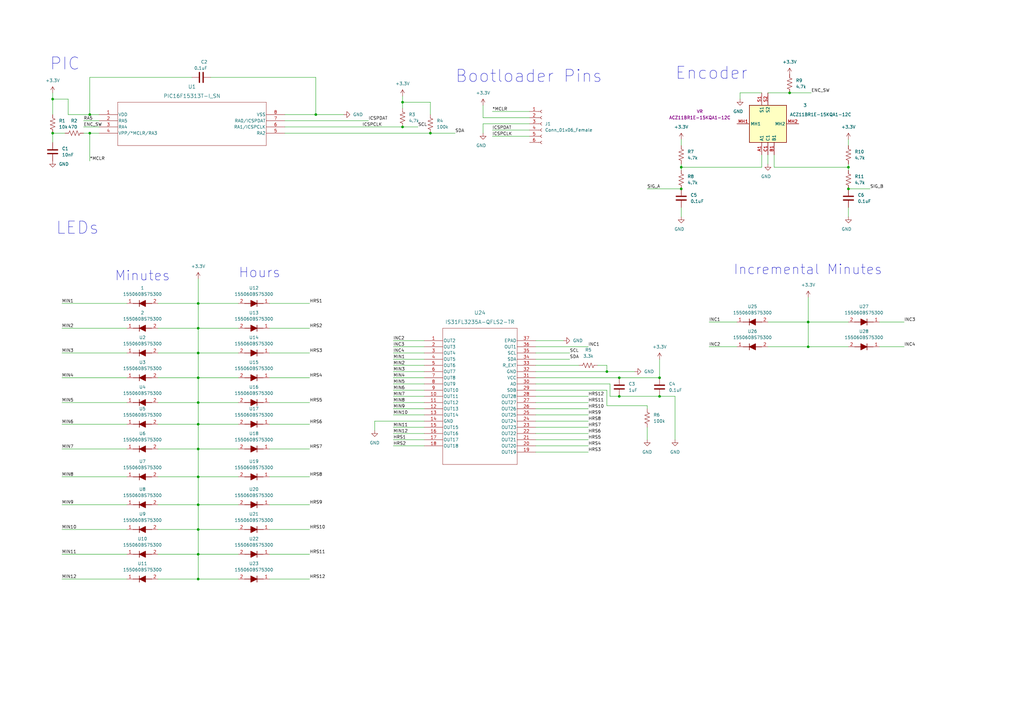
<source format=kicad_sch>
(kicad_sch (version 20211123) (generator eeschema)
  (paper "A3")
  (lib_symbols
    (symbol "155060BS75300:155060BS75300" (pin_names hide)
      (property "Value" "155060BS75300" (at 6.35 2.54 0))
      (symbol "155060BS75300_1_1"
        (polyline (pts (xy 2.54 0) (xy 5.08 0)) (stroke (width 0.254)))
        (polyline (pts (xy 5.08 1.27) (xy 5.08 -1.27)) (stroke (width 0.254)))
        (polyline (pts (xy 7.62 0) (xy 10.16 0)) (stroke (width 0.254)))
        (polyline (pts (xy 5.08 0) (xy 7.62 1.27) (xy 7.62 -1.27) (xy 5.08 0)) (stroke (width 0.254)) (fill (type outline)))
        (pin passive line (at 0 0 0) (length 2.54) (name "K") (number "1"))
        (pin passive line (at 12.7 0 180) (length 2.54) (name "A") (number "2"))
      )
    )
    (symbol "ACZ11BR1E-15KQA1-12C:ACZ11BR1E-15KQA1-12C"
      (property "Value" "ACZ11BR1E-15KQA1-12C" (at 0 0 0))
      (property "Reference_1" "VR" (at 21.59 12.7 0))
      (property "Value_1" "ACZ11BR1E-15KQA1-12C" (at 21.59 10.16 0))
      (symbol "ACZ11BR1E-15KQA1-12C_1_1"
        (rectangle (start 5.08 7.62) (end 20.32 -7.62) (stroke (width 0.254)) (fill (type background)))
        (pin passive line (at 10.16 -12.7 90) (length 5.08) (name "A1") (number "A1"))
        (pin passive line (at 15.24 -12.7 90) (length 5.08) (name "B1") (number "B1"))
        (pin passive line (at 12.7 -12.7 90) (length 5.08) (name "C1") (number "C1"))
        (pin passive line (at 0 0 0) (length 5.08) (name "MH1") (number "MH1"))
        (pin passive line (at 25.4 0 180) (length 5.08) (name "MH2") (number "MH2"))
        (pin passive line (at 10.16 12.7 270) (length 5.08) (name "S1") (number "S1"))
        (pin passive line (at 12.7 12.7 270) (length 5.08) (name "S2") (number "S2"))
      )
    )
    (symbol "Connector:Conn_01x06_Female" (pin_names (offset 1.016) hide)
      (property "Reference" "J" (at 0 7.62 0))
      (property "Value" "Conn_01x06_Female" (at 0 -10.16 0))
      (symbol "Conn_01x06_Female_1_1"
        (arc (start 0 -7.112) (mid -0.508 -7.62) (end 0 -8.128) (stroke (width 0.1524)))
        (arc (start 0 -4.572) (mid -0.508 -5.08) (end 0 -5.588) (stroke (width 0.1524)))
        (arc (start 0 -2.032) (mid -0.508 -2.54) (end 0 -3.048) (stroke (width 0.1524)))
        (polyline (pts (xy -1.27 -7.62) (xy -0.508 -7.62)) (stroke (width 0.1524)))
        (polyline (pts (xy -1.27 -5.08) (xy -0.508 -5.08)) (stroke (width 0.1524)))
        (polyline (pts (xy -1.27 -2.54) (xy -0.508 -2.54)) (stroke (width 0.1524)))
        (polyline (pts (xy -1.27 0) (xy -0.508 0)) (stroke (width 0.1524)))
        (polyline (pts (xy -1.27 2.54) (xy -0.508 2.54)) (stroke (width 0.1524)))
        (polyline (pts (xy -1.27 5.08) (xy -0.508 5.08)) (stroke (width 0.1524)))
        (arc (start 0 0.508) (mid -0.508 0) (end 0 -0.508) (stroke (width 0.1524)))
        (arc (start 0 3.048) (mid -0.508 2.54) (end 0 2.032) (stroke (width 0.1524)))
        (arc (start 0 5.588) (mid -0.508 5.08) (end 0 4.572) (stroke (width 0.1524)))
        (pin passive line (at -5.08 5.08 0) (length 3.81) (name "Pin_1") (number "1"))
        (pin passive line (at -5.08 2.54 0) (length 3.81) (name "Pin_2") (number "2"))
        (pin passive line (at -5.08 0 0) (length 3.81) (name "Pin_3") (number "3"))
        (pin passive line (at -5.08 -2.54 0) (length 3.81) (name "Pin_4") (number "4"))
        (pin passive line (at -5.08 -5.08 0) (length 3.81) (name "Pin_5") (number "5"))
        (pin passive line (at -5.08 -7.62 0) (length 3.81) (name "Pin_6") (number "6"))
      )
    )
    (symbol "Device:C" (pin_numbers hide) (pin_names (offset 0.254))
      (property "Reference" "C" (at 0.635 2.54 0))
      (property "Value" "C" (at 0.635 -2.54 0))
      (symbol "C_0_1"
        (polyline (pts (xy -2.032 -0.762) (xy 2.032 -0.762)) (stroke (width 0.508)))
        (polyline (pts (xy -2.032 0.762) (xy 2.032 0.762)) (stroke (width 0.508)))
      )
      (symbol "C_1_1"
        (pin passive line (at 0 3.81 270) (length 2.794) (name "~") (number "1"))
        (pin passive line (at 0 -3.81 90) (length 2.794) (name "~") (number "2"))
      )
    )
    (symbol "Device:R_US" (pin_numbers hide) (pin_names (offset 0))
      (property "Reference" "R" (at 2.54 0 90))
      (property "Value" "R_US" (at -2.54 0 90))
      (symbol "R_US_0_1"
        (polyline (pts (xy 0 -2.286) (xy 0 -2.54)))
        (polyline (pts (xy 0 2.286) (xy 0 2.54)))
        (polyline (pts (xy 0 -0.762) (xy 1.016 -1.143) (xy 0 -1.524) (xy -1.016 -1.905) (xy 0 -2.286)))
        (polyline (pts (xy 0 0.762) (xy 1.016 0.381) (xy 0 0) (xy -1.016 -0.381) (xy 0 -0.762)))
        (polyline (pts (xy 0 2.286) (xy 1.016 1.905) (xy 0 1.524) (xy -1.016 1.143) (xy 0 0.762)))
      )
      (symbol "R_US_1_1"
        (pin passive line (at 0 3.81 270) (length 1.27) (name "~") (number "1"))
        (pin passive line (at 0 -3.81 90) (length 1.27) (name "~") (number "2"))
      )
    )
    (symbol "IS31FL3235A-QFLS2-TR:IS31FL3235A-QFLS2-TR" (pin_names (offset 0.254))
      (property "Reference" "U" (at 22.86 10.16 0))
      (property "Value" "IS31FL3235A-QFLS2-TR" (at 22.86 7.62 0))
      (symbol "IS31FL3235A-QFLS2-TR_0_1"
        (polyline (pts (xy 7.62 -50.8) (xy 38.1 -50.8)) (stroke (width 0.127)))
        (polyline (pts (xy 7.62 5.08) (xy 7.62 -50.8)) (stroke (width 0.127)))
        (polyline (pts (xy 38.1 -50.8) (xy 38.1 5.08)) (stroke (width 0.127)))
        (polyline (pts (xy 38.1 5.08) (xy 7.62 5.08)) (stroke (width 0.127)))
        (pin output line (at 0 0 0) (length 7.62) (name "OUT2") (number "1"))
        (pin output line (at 0 -22.86 0) (length 7.62) (name "OUT11") (number "10"))
        (pin output line (at 0 -25.4 0) (length 7.62) (name "OUT12") (number "11"))
        (pin output line (at 0 -27.94 0) (length 7.62) (name "OUT13") (number "12"))
        (pin output line (at 0 -30.48 0) (length 7.62) (name "OUT14") (number "13"))
        (pin power_out line (at 0 -33.02 0) (length 7.62) (name "GND") (number "14"))
        (pin output line (at 0 -35.56 0) (length 7.62) (name "OUT15") (number "15"))
        (pin output line (at 0 -38.1 0) (length 7.62) (name "OUT16") (number "16"))
        (pin output line (at 0 -40.64 0) (length 7.62) (name "OUT17") (number "17"))
        (pin output line (at 0 -43.18 0) (length 7.62) (name "OUT18") (number "18"))
        (pin output line (at 45.72 -45.72 180) (length 7.62) (name "OUT19") (number "19"))
        (pin output line (at 0 -2.54 0) (length 7.62) (name "OUT3") (number "2"))
        (pin output line (at 45.72 -43.18 180) (length 7.62) (name "OUT20") (number "20"))
        (pin output line (at 45.72 -40.64 180) (length 7.62) (name "OUT21") (number "21"))
        (pin output line (at 45.72 -38.1 180) (length 7.62) (name "OUT22") (number "22"))
        (pin output line (at 45.72 -35.56 180) (length 7.62) (name "OUT23") (number "23"))
        (pin output line (at 45.72 -33.02 180) (length 7.62) (name "OUT24") (number "24"))
        (pin output line (at 45.72 -30.48 180) (length 7.62) (name "OUT25") (number "25"))
        (pin output line (at 45.72 -27.94 180) (length 7.62) (name "OUT26") (number "26"))
        (pin output line (at 45.72 -25.4 180) (length 7.62) (name "OUT27") (number "27"))
        (pin output line (at 45.72 -22.86 180) (length 7.62) (name "OUT28") (number "28"))
        (pin unspecified line (at 45.72 -20.32 180) (length 7.62) (name "SDB") (number "29"))
        (pin output line (at 0 -5.08 0) (length 7.62) (name "OUT4") (number "3"))
        (pin unspecified line (at 45.72 -17.78 180) (length 7.62) (name "AD") (number "30"))
        (pin power_in line (at 45.72 -15.24 180) (length 7.62) (name "VCC") (number "31"))
        (pin power_out line (at 45.72 -12.7 180) (length 7.62) (name "GND") (number "32"))
        (pin unspecified line (at 45.72 -10.16 180) (length 7.62) (name "R_EXT") (number "33"))
        (pin unspecified line (at 45.72 -7.62 180) (length 7.62) (name "SDA") (number "34"))
        (pin unspecified line (at 45.72 -5.08 180) (length 7.62) (name "SCL") (number "35"))
        (pin output line (at 45.72 -2.54 180) (length 7.62) (name "OUT1") (number "36"))
        (pin power_out line (at 45.72 0 180) (length 7.62) (name "EPAD") (number "37"))
        (pin output line (at 0 -7.62 0) (length 7.62) (name "OUT5") (number "4"))
        (pin output line (at 0 -10.16 0) (length 7.62) (name "OUT6") (number "5"))
        (pin output line (at 0 -12.7 0) (length 7.62) (name "OUT7") (number "6"))
        (pin output line (at 0 -15.24 0) (length 7.62) (name "OUT8") (number "7"))
        (pin output line (at 0 -17.78 0) (length 7.62) (name "OUT9") (number "8"))
        (pin output line (at 0 -20.32 0) (length 7.62) (name "OUT10") (number "9"))
      )
    )
    (symbol "PIC16F15313T-ISN:PIC16F15313T-I_SN" (pin_names (offset 0.254))
      (property "Reference" "U" (at 38.1 10.16 0))
      (property "Value" "PIC16F15313T-I/SN" (at 38.1 7.62 0))
      (symbol "PIC16F15313T-I_SN_0_1"
        (polyline (pts (xy 7.62 -12.7) (xy 68.58 -12.7)) (stroke (width 0.127)))
        (polyline (pts (xy 7.62 5.08) (xy 7.62 -12.7)) (stroke (width 0.127)))
        (polyline (pts (xy 68.58 -12.7) (xy 68.58 5.08)) (stroke (width 0.127)))
        (polyline (pts (xy 68.58 5.08) (xy 7.62 5.08)) (stroke (width 0.127)))
        (pin power_in line (at 0 0 0) (length 7.62) (name "VDD") (number "1"))
        (pin bidirectional line (at 0 -2.54 0) (length 7.62) (name "RA5") (number "2"))
        (pin bidirectional line (at 0 -5.08 0) (length 7.62) (name "RA4") (number "3"))
        (pin bidirectional line (at 0 -7.62 0) (length 7.62) (name "VPP/*MCLR/RA3") (number "4"))
        (pin bidirectional line (at 76.2 -7.62 180) (length 7.62) (name "RA2") (number "5"))
        (pin bidirectional line (at 76.2 -5.08 180) (length 7.62) (name "RA1/ICSPCLK") (number "6"))
        (pin bidirectional line (at 76.2 -2.54 180) (length 7.62) (name "RA0/ICSPDAT") (number "7"))
        (pin power_out line (at 76.2 0 180) (length 7.62) (name "VSS") (number "8"))
      )
    )
    (symbol "power:+3.3V" (power) (pin_names (offset 0))
      (property "Value" "+3.3V" (at 0 3.556 0))
      (symbol "+3.3V_0_1"
        (polyline (pts (xy -0.762 1.27) (xy 0 2.54)))
        (polyline (pts (xy 0 0) (xy 0 2.54)))
        (polyline (pts (xy 0 2.54) (xy 0.762 1.27)))
      )
      (symbol "+3.3V_1_1"
        (pin power_in line (at 0 0 90) (length 0) hide (name "+3.3V") (number "1"))
      )
    )
    (symbol "power:GND" (power) (pin_names (offset 0))
      (property "Value" "GND" (at 0 -3.81 0))
      (symbol "GND_0_1"
        (polyline (pts (xy 0 0) (xy 0 -1.27) (xy 1.27 -1.27) (xy 0 -2.54) (xy -1.27 -1.27) (xy 0 -1.27)))
      )
      (symbol "GND_1_1"
        (pin power_in line (at 0 0 270) (length 0) hide (name "GND") (number "1"))
      )
    )
  )
  (junction (at 81.28 227.33))
  (junction (at 81.28 217.17))
  (junction (at 176.53 54.61))
  (junction (at 81.28 124.46))
  (junction (at 81.28 165.1))
  (junction (at 165.1 41.91))
  (junction (at 331.47 142.24))
  (junction (at 129.54 46.99))
  (junction (at 248.92 152.4))
  (junction (at 81.28 134.62))
  (junction (at 81.28 173.99))
  (junction (at 36.83 46.99))
  (junction (at 279.4 68.58))
  (junction (at 81.28 195.58))
  (junction (at 323.85 38.1))
  (junction (at 254 154.94))
  (junction (at 254 162.56))
  (junction (at 36.83 54.61))
  (junction (at 331.47 132.08))
  (junction (at 165.1 52.07))
  (junction (at 81.28 207.01))
  (junction (at 81.28 144.78))
  (junction (at 279.4 77.47))
  (junction (at 270.51 154.94))
  (junction (at 21.59 54.61))
  (junction (at 21.59 40.64))
  (junction (at 81.28 154.94))
  (junction (at 347.98 68.58))
  (junction (at 270.51 162.56))
  (junction (at 81.28 184.15))
  (junction (at 347.98 77.47))
  (junction (at 81.28 237.49))
  (wire (pts (xy 161.29 149.86) (xy 173.99 149.86)))
  (wire (pts (xy 241.3 167.64) (xy 219.71 167.64)))
  (wire (pts (xy 97.79 154.94) (xy 81.28 154.94)))
  (wire (pts (xy 241.3 165.1) (xy 219.71 165.1)))
  (wire (pts (xy 27.94 40.64) (xy 21.59 40.64)))
  (wire (pts (xy 314.96 132.08) (xy 331.47 132.08)))
  (wire (pts (xy 312.42 38.1) (xy 303.53 38.1)))
  (wire (pts (xy 25.4 227.33) (xy 52.07 227.33)))
  (wire (pts (xy 21.59 38.1) (xy 21.59 40.64)))
  (wire (pts (xy 241.3 172.72) (xy 219.71 172.72)))
  (wire (pts (xy 25.4 154.94) (xy 52.07 154.94)))
  (wire (pts (xy 81.28 237.49) (xy 97.79 237.49)))
  (wire (pts (xy 161.29 154.94) (xy 173.99 154.94)))
  (wire (pts (xy 36.83 46.99) (xy 36.83 31.75)))
  (wire (pts (xy 36.83 54.61) (xy 40.64 54.61)))
  (wire (pts (xy 161.29 180.34) (xy 173.99 180.34)))
  (wire (pts (xy 161.29 167.64) (xy 173.99 167.64)))
  (wire (pts (xy 25.4 184.15) (xy 52.07 184.15)))
  (wire (pts (xy 127 165.1) (xy 110.49 165.1)))
  (wire (pts (xy 241.3 162.56) (xy 219.71 162.56)))
  (wire (pts (xy 21.59 54.61) (xy 21.59 58.42)))
  (wire (pts (xy 127 184.15) (xy 110.49 184.15)))
  (wire (pts (xy 270.51 154.94) (xy 270.51 147.32)))
  (wire (pts (xy 64.77 195.58) (xy 81.28 195.58)))
  (wire (pts (xy 64.77 144.78) (xy 81.28 144.78)))
  (wire (pts (xy 201.93 53.34) (xy 217.17 53.34)))
  (wire (pts (xy 245.11 149.86) (xy 248.92 149.86)))
  (wire (pts (xy 25.4 237.49) (xy 52.07 237.49)))
  (wire (pts (xy 40.64 46.99) (xy 36.83 46.99)))
  (wire (pts (xy 81.28 184.15) (xy 81.28 195.58)))
  (wire (pts (xy 250.19 157.48) (xy 250.19 162.56)))
  (wire (pts (xy 81.28 217.17) (xy 81.28 207.01)))
  (wire (pts (xy 81.28 207.01) (xy 81.28 195.58)))
  (wire (pts (xy 198.12 50.8) (xy 198.12 54.61)))
  (wire (pts (xy 219.71 149.86) (xy 237.49 149.86)))
  (wire (pts (xy 81.28 227.33) (xy 97.79 227.33)))
  (wire (pts (xy 34.29 49.53) (xy 40.64 49.53)))
  (wire (pts (xy 176.53 54.61) (xy 186.69 54.61)))
  (wire (pts (xy 331.47 142.24) (xy 331.47 132.08)))
  (wire (pts (xy 81.28 217.17) (xy 81.28 227.33)))
  (wire (pts (xy 370.84 142.24) (xy 360.68 142.24)))
  (wire (pts (xy 219.71 144.78) (xy 233.68 144.78)))
  (wire (pts (xy 81.28 134.62) (xy 97.79 134.62)))
  (wire (pts (xy 97.79 217.17) (xy 81.28 217.17)))
  (wire (pts (xy 248.92 160.02) (xy 248.92 166.37)))
  (wire (pts (xy 36.83 46.99) (xy 27.94 46.99)))
  (wire (pts (xy 290.83 132.08) (xy 302.26 132.08)))
  (wire (pts (xy 161.29 165.1) (xy 173.99 165.1)))
  (wire (pts (xy 265.43 166.37) (xy 265.43 167.64)))
  (wire (pts (xy 25.4 207.01) (xy 52.07 207.01)))
  (wire (pts (xy 127 144.78) (xy 110.49 144.78)))
  (wire (pts (xy 129.54 46.99) (xy 140.97 46.99)))
  (wire (pts (xy 64.77 173.99) (xy 81.28 173.99)))
  (wire (pts (xy 331.47 142.24) (xy 347.98 142.24)))
  (wire (pts (xy 176.53 41.91) (xy 165.1 41.91)))
  (wire (pts (xy 127 217.17) (xy 110.49 217.17)))
  (wire (pts (xy 265.43 77.47) (xy 279.4 77.47)))
  (wire (pts (xy 36.83 54.61) (xy 36.83 66.04)))
  (wire (pts (xy 97.79 195.58) (xy 81.28 195.58)))
  (wire (pts (xy 317.5 68.58) (xy 347.98 68.58)))
  (wire (pts (xy 241.3 185.42) (xy 219.71 185.42)))
  (wire (pts (xy 250.19 162.56) (xy 254 162.56)))
  (wire (pts (xy 314.96 63.5) (xy 314.96 67.31)))
  (wire (pts (xy 64.77 124.46) (xy 81.28 124.46)))
  (wire (pts (xy 64.77 227.33) (xy 81.28 227.33)))
  (wire (pts (xy 127 237.49) (xy 110.49 237.49)))
  (wire (pts (xy 81.28 144.78) (xy 97.79 144.78)))
  (wire (pts (xy 27.94 46.99) (xy 27.94 40.64)))
  (wire (pts (xy 176.53 41.91) (xy 176.53 46.99)))
  (wire (pts (xy 116.84 54.61) (xy 176.53 54.61)))
  (wire (pts (xy 161.29 147.32) (xy 173.99 147.32)))
  (wire (pts (xy 279.4 57.15) (xy 279.4 59.69)))
  (wire (pts (xy 248.92 166.37) (xy 265.43 166.37)))
  (wire (pts (xy 64.77 207.01) (xy 81.28 207.01)))
  (wire (pts (xy 34.29 52.07) (xy 40.64 52.07)))
  (wire (pts (xy 64.77 237.49) (xy 81.28 237.49)))
  (wire (pts (xy 81.28 124.46) (xy 97.79 124.46)))
  (wire (pts (xy 25.4 217.17) (xy 52.07 217.17)))
  (wire (pts (xy 165.1 41.91) (xy 165.1 44.45)))
  (wire (pts (xy 312.42 63.5) (xy 312.42 68.58)))
  (wire (pts (xy 81.28 237.49) (xy 81.28 227.33)))
  (wire (pts (xy 25.4 173.99) (xy 52.07 173.99)))
  (wire (pts (xy 64.77 154.94) (xy 81.28 154.94)))
  (wire (pts (xy 241.3 177.8) (xy 219.71 177.8)))
  (wire (pts (xy 97.79 173.99) (xy 81.28 173.99)))
  (wire (pts (xy 21.59 40.64) (xy 21.59 46.99)))
  (wire (pts (xy 25.4 124.46) (xy 52.07 124.46)))
  (wire (pts (xy 36.83 31.75) (xy 78.74 31.75)))
  (wire (pts (xy 219.71 152.4) (xy 248.92 152.4)))
  (wire (pts (xy 276.86 162.56) (xy 270.51 162.56)))
  (wire (pts (xy 314.96 142.24) (xy 331.47 142.24)))
  (wire (pts (xy 198.12 43.18) (xy 198.12 48.26)))
  (wire (pts (xy 276.86 162.56) (xy 276.86 180.34)))
  (wire (pts (xy 127 227.33) (xy 110.49 227.33)))
  (wire (pts (xy 127 207.01) (xy 110.49 207.01)))
  (wire (pts (xy 248.92 149.86) (xy 248.92 152.4)))
  (wire (pts (xy 86.36 31.75) (xy 129.54 31.75)))
  (wire (pts (xy 165.1 39.37) (xy 165.1 41.91)))
  (wire (pts (xy 331.47 132.08) (xy 347.98 132.08)))
  (wire (pts (xy 317.5 63.5) (xy 317.5 68.58)))
  (wire (pts (xy 25.4 165.1) (xy 52.07 165.1)))
  (wire (pts (xy 81.28 134.62) (xy 81.28 124.46)))
  (wire (pts (xy 127 173.99) (xy 110.49 173.99)))
  (wire (pts (xy 127 195.58) (xy 110.49 195.58)))
  (wire (pts (xy 81.28 114.3) (xy 81.28 124.46)))
  (wire (pts (xy 81.28 144.78) (xy 81.28 134.62)))
  (wire (pts (xy 161.29 139.7) (xy 173.99 139.7)))
  (wire (pts (xy 161.29 157.48) (xy 173.99 157.48)))
  (wire (pts (xy 241.3 180.34) (xy 219.71 180.34)))
  (wire (pts (xy 161.29 170.18) (xy 173.99 170.18)))
  (wire (pts (xy 219.71 147.32) (xy 233.68 147.32)))
  (wire (pts (xy 161.29 177.8) (xy 173.99 177.8)))
  (wire (pts (xy 201.93 45.72) (xy 217.17 45.72)))
  (wire (pts (xy 347.98 85.09) (xy 347.98 88.9)))
  (wire (pts (xy 64.77 134.62) (xy 81.28 134.62)))
  (wire (pts (xy 81.28 165.1) (xy 97.79 165.1)))
  (wire (pts (xy 34.29 54.61) (xy 36.83 54.61)))
  (wire (pts (xy 356.87 77.47) (xy 347.98 77.47)))
  (wire (pts (xy 173.99 172.72) (xy 153.67 172.72)))
  (wire (pts (xy 270.51 154.94) (xy 254 154.94)))
  (wire (pts (xy 127 134.62) (xy 110.49 134.62)))
  (wire (pts (xy 64.77 165.1) (xy 81.28 165.1)))
  (wire (pts (xy 25.4 195.58) (xy 52.07 195.58)))
  (wire (pts (xy 165.1 52.07) (xy 171.45 52.07)))
  (wire (pts (xy 97.79 207.01) (xy 81.28 207.01)))
  (wire (pts (xy 219.71 139.7) (xy 231.14 139.7)))
  (wire (pts (xy 25.4 134.62) (xy 52.07 134.62)))
  (wire (pts (xy 323.85 38.1) (xy 332.74 38.1)))
  (wire (pts (xy 81.28 184.15) (xy 81.28 173.99)))
  (wire (pts (xy 217.17 48.26) (xy 198.12 48.26)))
  (wire (pts (xy 241.3 175.26) (xy 219.71 175.26)))
  (wire (pts (xy 290.83 142.24) (xy 302.26 142.24)))
  (wire (pts (xy 241.3 182.88) (xy 219.71 182.88)))
  (wire (pts (xy 116.84 52.07) (xy 165.1 52.07)))
  (wire (pts (xy 64.77 184.15) (xy 81.28 184.15)))
  (wire (pts (xy 347.98 68.58) (xy 347.98 69.85)))
  (wire (pts (xy 331.47 121.92) (xy 331.47 132.08)))
  (wire (pts (xy 303.53 38.1) (xy 303.53 40.64)))
  (wire (pts (xy 161.29 144.78) (xy 173.99 144.78)))
  (wire (pts (xy 241.3 170.18) (xy 219.71 170.18)))
  (wire (pts (xy 279.4 67.31) (xy 279.4 68.58)))
  (wire (pts (xy 161.29 152.4) (xy 173.99 152.4)))
  (wire (pts (xy 161.29 162.56) (xy 173.99 162.56)))
  (wire (pts (xy 153.67 172.72) (xy 153.67 176.53)))
  (wire (pts (xy 127 124.46) (xy 110.49 124.46)))
  (wire (pts (xy 201.93 55.88) (xy 217.17 55.88)))
  (wire (pts (xy 279.4 85.09) (xy 279.4 88.9)))
  (wire (pts (xy 254 162.56) (xy 270.51 162.56)))
  (wire (pts (xy 116.84 49.53) (xy 151.13 49.53)))
  (wire (pts (xy 81.28 173.99) (xy 81.28 165.1)))
  (wire (pts (xy 265.43 175.26) (xy 265.43 180.34)))
  (wire (pts (xy 219.71 154.94) (xy 254 154.94)))
  (wire (pts (xy 347.98 67.31) (xy 347.98 68.58)))
  (wire (pts (xy 347.98 57.15) (xy 347.98 59.69)))
  (wire (pts (xy 279.4 68.58) (xy 279.4 69.85)))
  (wire (pts (xy 312.42 68.58) (xy 279.4 68.58)))
  (wire (pts (xy 314.96 38.1) (xy 323.85 38.1)))
  (wire (pts (xy 25.4 144.78) (xy 52.07 144.78)))
  (wire (pts (xy 21.59 54.61) (xy 26.67 54.61)))
  (wire (pts (xy 219.71 157.48) (xy 250.19 157.48)))
  (wire (pts (xy 217.17 50.8) (xy 198.12 50.8)))
  (wire (pts (xy 129.54 31.75) (xy 129.54 46.99)))
  (wire (pts (xy 161.29 160.02) (xy 173.99 160.02)))
  (wire (pts (xy 370.84 132.08) (xy 360.68 132.08)))
  (wire (pts (xy 248.92 152.4) (xy 260.35 152.4)))
  (wire (pts (xy 81.28 184.15) (xy 97.79 184.15)))
  (wire (pts (xy 127 154.94) (xy 110.49 154.94)))
  (wire (pts (xy 81.28 165.1) (xy 81.28 154.94)))
  (wire (pts (xy 116.84 46.99) (xy 129.54 46.99)))
  (wire (pts (xy 219.71 160.02) (xy 248.92 160.02)))
  (wire (pts (xy 219.71 142.24) (xy 241.3 142.24)))
  (wire (pts (xy 64.77 217.17) (xy 81.28 217.17)))
  (wire (pts (xy 161.29 175.26) (xy 173.99 175.26)))
  (wire (pts (xy 161.29 142.24) (xy 173.99 142.24)))
  (wire (pts (xy 81.28 154.94) (xy 81.28 144.78)))
  (wire (pts (xy 161.29 182.88) (xy 173.99 182.88)))
  (text "PIC " (at 20.32 29.21 0) (effects (font (size 5 5)) (justify left bottom)))
  (text "Hours" (at 97.79 114.3 0) (effects (font (size 4 4)) (justify left bottom)))
  (text "LEDs" (at 22.86 96.52 0) (effects (font (size 5 5)) (justify left bottom)))
  (text "Bootloader Pins" (at 186.69 34.29 0) (effects (font (size 5 5)) (justify left bottom)))
  (text "Minutes" (at 69.85 115.57 180) (effects (font (size 4 4)) (justify right bottom)))
  (text "Encoder" (at 276.86 33.02 0) (effects (font (size 5 5)) (justify left bottom)))
  (text "Incremental Minutes" (at 361.95 113.03 180) (effects (font (size 4 4)) (justify right bottom)))
  (label "ICSPDAT" (at 201.93 53.34 0))
  (label "MIN5" (at 25.4 165.1 0))
  (label "MIN11" (at 161.29 175.26 0))
  (label "MIN11" (at 25.4 227.33 0))
  (label "MIN1" (at 25.4 124.46 0))
  (label "HRS2" (at 127 134.62 0))
  (label "HRS7" (at 241.3 175.26 0))
  (label "RA5" (at 34.29 49.53 0))
  (label "ICSPDAT" (at 151.13 49.53 0))
  (label "MIN7" (at 25.4 184.15 0))
  (label "MIN4" (at 25.4 154.94 0))
  (label "HRS1" (at 161.29 180.34 0))
  (label "HRS9" (at 241.3 170.18 0))
  (label "MIN6" (at 161.29 160.02 0))
  (label "INC4" (at 161.29 144.78 0))
  (label "SIG_B" (at 356.87 77.47 0))
  (label "SIG_A" (at 265.43 77.47 0))
  (label "HRS8" (at 241.3 172.72 0))
  (label "MIN4" (at 161.29 154.94 0))
  (label "HRS2" (at 161.29 182.88 0))
  (label "HRS1" (at 127 124.46 0))
  (label "*MCLR" (at 36.83 66.04 0))
  (label "HRS4" (at 127 154.94 0))
  (label "HRS11" (at 241.3 165.1 0))
  (label "MIN8" (at 161.29 165.1 0))
  (label "MIN9" (at 25.4 207.01 0))
  (label "ICSPCLK" (at 201.93 55.88 0))
  (label "INC2" (at 161.29 139.7 0))
  (label "ENC_SW" (at 332.74 38.1 0))
  (label "MIN3" (at 161.29 152.4 0))
  (label "HRS12" (at 241.3 162.56 0))
  (label "INC3" (at 161.29 142.24 0))
  (label "*MCLR" (at 201.93 45.72 0))
  (label "MIN5" (at 161.29 157.48 0))
  (label "INC1" (at 241.3 142.24 0))
  (label "MIN8" (at 25.4 195.58 0))
  (label "HRS8" (at 127 195.58 0))
  (label "HRS6" (at 241.3 177.8 0))
  (label "SDA" (at 233.68 147.32 0))
  (label "HRS5" (at 241.3 180.34 0))
  (label "INC3" (at 370.84 132.08 0))
  (label "SCL" (at 171.45 52.07 0))
  (label "MIN7" (at 161.29 162.56 0))
  (label "MIN1" (at 161.29 147.32 0))
  (label "HRS4" (at 241.3 182.88 0))
  (label "HRS10" (at 127 217.17 0))
  (label "ENC_SW" (at 34.29 52.07 0))
  (label "HRS7" (at 127 184.15 0))
  (label "HRS12" (at 127 237.49 0))
  (label "ICSPCLK" (at 148.59 52.07 0))
  (label "MIN12" (at 161.29 177.8 0))
  (label "HRS3" (at 241.3 185.42 0))
  (label "SCL" (at 233.68 144.78 0))
  (label "MIN9" (at 161.29 167.64 0))
  (label "MIN2" (at 161.29 149.86 0))
  (label "HRS5" (at 127 165.1 0))
  (label "INC1" (at 290.83 132.08 0))
  (label "INC4" (at 370.84 142.24 0))
  (label "MIN12" (at 25.4 237.49 0))
  (label "HRS10" (at 241.3 167.64 0))
  (label "MIN3" (at 25.4 144.78 0))
  (label "MIN10" (at 25.4 217.17 0))
  (label "MIN6" (at 25.4 173.99 0))
  (label "MIN2" (at 25.4 134.62 0))
  (label "SDA" (at 186.69 54.61 0))
  (label "MIN10" (at 161.29 170.18 0))
  (label "INC2" (at 290.83 142.24 0))
  (label "HRS9" (at 127 207.01 0))
  (label "HRS3" (at 127 144.78 0))
  (label "HRS6" (at 127 173.99 0))
  (label "HRS11" (at 127 227.33 0))
  (symbol (lib_id "155060BS75300:155060BS75300") (at 52.07 165.1 0) (mirror x) (unit 1)
    (property "Reference" "U4" (at 58.42 158.75 0))
    (property "Value" "155060BS75300" (at 58.42 161.29 0))
    (property "Reference_1" "LED" (effects hide))
    (property "Value_1" "155060BS75300" (effects hide))
    (property "Footprint_1" "155060BS75300" (effects hide))
    (property "Datasheet_1" "https://www.mouser.fr/datasheet/2/445/155060BS75300-1838907.pdf" (effects hide))
    (property "Height" "1" (effects hide))
    (property "Mouser Part Number" "710-155060BS75300" (effects hide))
    (property "Mouser Price/Stock" "https://www.mouser.co.uk/ProductDetail/Wurth-Elektronik/155060BS75300?qs=GedFDFLaBXFE8klTFAyuFA%3D%3D" (effects hide))
    (property "Manufacturer_Name" "Wurth Elektronik" (effects hide))
    (property "Manufacturer_Part_Number" "155060BS75300" (effects hide))
  )
  (symbol (lib_id "power:GND") (at 276.86 180.34 0) (unit 1)
    (property "Reference" "#PWR013" (effects hide))
    (property "Value" "GND" (at 276.86 185.42 0))
  )
  (symbol (lib_id "155060BS75300:155060BS75300") (at 360.68 142.24 180) (unit 1)
    (property "Reference" "U28" (at 354.33 135.89 0))
    (property "Value" "155060BS75300" (at 354.33 138.43 0))
    (property "Reference_1" "LED" (effects hide))
    (property "Value_1" "155060BS75300" (effects hide))
    (property "Footprint_1" "155060BS75300" (effects hide))
    (property "Datasheet_1" "https://www.mouser.fr/datasheet/2/445/155060BS75300-1838907.pdf" (effects hide))
    (property "Height" "1" (effects hide))
    (property "Mouser Part Number" "710-155060BS75300" (effects hide))
    (property "Mouser Price/Stock" "https://www.mouser.co.uk/ProductDetail/Wurth-Elektronik/155060BS75300?qs=GedFDFLaBXFE8klTFAyuFA%3D%3D" (effects hide))
    (property "Manufacturer_Name" "Wurth Elektronik" (effects hide))
    (property "Manufacturer_Part_Number" "155060BS75300" (effects hide))
  )
  (symbol (lib_id "155060BS75300:155060BS75300") (at 52.07 144.78 0) (mirror x) (unit 1)
    (property "Reference" "U2" (at 58.42 138.43 0))
    (property "Value" "155060BS75300" (at 58.42 140.97 0))
    (property "Reference_1" "LED" (effects hide))
    (property "Value_1" "155060BS75300" (effects hide))
    (property "Footprint_1" "155060BS75300" (effects hide))
    (property "Datasheet_1" "https://www.mouser.fr/datasheet/2/445/155060BS75300-1838907.pdf" (effects hide))
    (property "Height" "1" (effects hide))
    (property "Mouser Part Number" "710-155060BS75300" (effects hide))
    (property "Mouser Price/Stock" "https://www.mouser.co.uk/ProductDetail/Wurth-Elektronik/155060BS75300?qs=GedFDFLaBXFE8klTFAyuFA%3D%3D" (effects hide))
    (property "Manufacturer_Name" "Wurth Elektronik" (effects hide))
    (property "Manufacturer_Part_Number" "155060BS75300" (effects hide))
  )
  (symbol (lib_id "155060BS75300:155060BS75300") (at 52.07 173.99 0) (mirror x) (unit 1)
    (property "Reference" "U5" (at 58.42 167.64 0))
    (property "Value" "155060BS75300" (at 58.42 170.18 0))
    (property "Reference_1" "LED" (effects hide))
    (property "Value_1" "155060BS75300" (effects hide))
    (property "Footprint_1" "155060BS75300" (effects hide))
    (property "Datasheet_1" "https://www.mouser.fr/datasheet/2/445/155060BS75300-1838907.pdf" (effects hide))
    (property "Height" "1" (effects hide))
    (property "Mouser Part Number" "710-155060BS75300" (effects hide))
    (property "Mouser Price/Stock" "https://www.mouser.co.uk/ProductDetail/Wurth-Elektronik/155060BS75300?qs=GedFDFLaBXFE8klTFAyuFA%3D%3D" (effects hide))
    (property "Manufacturer_Name" "Wurth Elektronik" (effects hide))
    (property "Manufacturer_Part_Number" "155060BS75300" (effects hide))
  )
  (symbol (lib_id "power:GND") (at 347.98 88.9 0) (unit 1)
    (property "Reference" "#PWR021" (effects hide))
    (property "Value" "GND" (at 349.25 93.98 0) (effects (justify right)))
  )
  (symbol (lib_id "Device:R_US") (at 21.59 50.8 0) (unit 1)
    (property "Reference" "R1" (at 24.13 49.5299 0) (effects (justify left)))
    (property "Value" "10k" (at 24.13 52.0699 0) (effects (justify left)))
  )
  (symbol (lib_id "155060BS75300:155060BS75300") (at 52.07 134.62 0) (mirror x) (unit 1)
    (property "Reference" "2" (at 58.42 128.27 0))
    (property "Value" "155060BS75300" (at 58.42 130.81 0))
    (property "Reference_1" "LED" (effects hide))
    (property "Value_1" "155060BS75300" (effects hide))
    (property "Footprint_1" "155060BS75300" (effects hide))
    (property "Datasheet_1" "https://www.mouser.fr/datasheet/2/445/155060BS75300-1838907.pdf" (effects hide))
    (property "Height" "1" (effects hide))
    (property "Mouser Part Number" "710-155060BS75300" (effects hide))
    (property "Mouser Price/Stock" "https://www.mouser.co.uk/ProductDetail/Wurth-Elektronik/155060BS75300?qs=GedFDFLaBXFE8klTFAyuFA%3D%3D" (effects hide))
    (property "Manufacturer_Name" "Wurth Elektronik" (effects hide))
    (property "Manufacturer_Part_Number" "155060BS75300" (effects hide))
  )
  (symbol (lib_id "155060BS75300:155060BS75300") (at 110.49 154.94 180) (unit 1)
    (property "Reference" "U15" (at 104.14 148.59 0))
    (property "Value" "155060BS75300" (at 104.14 151.13 0))
    (property "Reference_1" "LED" (effects hide))
    (property "Value_1" "155060BS75300" (effects hide))
    (property "Footprint_1" "155060BS75300" (effects hide))
    (property "Datasheet_1" "https://www.mouser.fr/datasheet/2/445/155060BS75300-1838907.pdf" (effects hide))
    (property "Height" "1" (effects hide))
    (property "Mouser Part Number" "710-155060BS75300" (effects hide))
    (property "Mouser Price/Stock" "https://www.mouser.co.uk/ProductDetail/Wurth-Elektronik/155060BS75300?qs=GedFDFLaBXFE8klTFAyuFA%3D%3D" (effects hide))
    (property "Manufacturer_Name" "Wurth Elektronik" (effects hide))
    (property "Manufacturer_Part_Number" "155060BS75300" (effects hide))
  )
  (symbol (lib_id "155060BS75300:155060BS75300") (at 52.07 195.58 0) (mirror x) (unit 1)
    (property "Reference" "U7" (at 58.42 189.23 0))
    (property "Value" "155060BS75300" (at 58.42 191.77 0))
    (property "Reference_1" "LED" (effects hide))
    (property "Value_1" "155060BS75300" (effects hide))
    (property "Footprint_1" "155060BS75300" (effects hide))
    (property "Datasheet_1" "https://www.mouser.fr/datasheet/2/445/155060BS75300-1838907.pdf" (effects hide))
    (property "Height" "1" (effects hide))
    (property "Mouser Part Number" "710-155060BS75300" (effects hide))
    (property "Mouser Price/Stock" "https://www.mouser.co.uk/ProductDetail/Wurth-Elektronik/155060BS75300?qs=GedFDFLaBXFE8klTFAyuFA%3D%3D" (effects hide))
    (property "Manufacturer_Name" "Wurth Elektronik" (effects hide))
    (property "Manufacturer_Part_Number" "155060BS75300" (effects hide))
  )
  (symbol (lib_id "power:GND") (at 260.35 152.4 90) (unit 1)
    (property "Reference" "#PWR010" (effects hide))
    (property "Value" "GND" (at 264.16 152.3999 90) (effects (justify right)))
  )
  (symbol (lib_id "Device:R_US") (at 165.1 48.26 0) (unit 1)
    (property "Reference" "R3" (at 167.64 46.9899 0) (effects (justify left)))
    (property "Value" "4.7k" (at 167.64 49.5299 0) (effects (justify left)))
  )
  (symbol (lib_id "IS31FL3235A-QFLS2-TR:IS31FL3235A-QFLS2-TR") (at 173.99 139.7 0) (unit 1)
    (property "Reference" "U24" (at 196.85 128.27 0) (effects (font (size 1.524 1.524))))
    (property "Value" "IS31FL3235A-QFLS2-TR" (at 196.85 132.08 0) (effects (font (size 1.524 1.524))))
    (property "Footprint" "QFN-36_IS31FL3235A-QFLS2-TR_LMS" (effects hide))
    (property "Datasheet" "IS31FL3235A-QFLS2-TR" (effects hide))
  )
  (symbol (lib_id "power:+3.3V") (at 198.12 43.18 0) (unit 1)
    (property "Reference" "#PWR07" (effects hide))
    (property "Value" "+3.3V" (at 198.12 38.1 0))
  )
  (symbol (lib_id "PIC16F15313T-ISN:PIC16F15313T-I_SN") (at 40.64 46.99 0) (unit 1)
    (property "Reference" "U1" (at 78.74 35.56 0) (effects (font (size 1.524 1.524))))
    (property "Value" "PIC16F15313T-I_SN" (at 78.74 39.37 0) (effects (font (size 1.524 1.524))))
    (property "Footprint" "SOIC8_SN_MCH" (effects hide))
    (property "Datasheet" "PIC16F15313T-I/SN" (effects hide))
  )
  (symbol (lib_id "power:GND") (at 314.96 67.31 0) (unit 1)
    (property "Reference" "#PWR017" (effects hide))
    (property "Value" "GND" (at 316.23 72.39 0) (effects (justify right)))
  )
  (symbol (lib_id "155060BS75300:155060BS75300") (at 110.49 184.15 180) (unit 1)
    (property "Reference" "U18" (at 104.14 177.8 0))
    (property "Value" "155060BS75300" (at 104.14 180.34 0))
    (property "Reference_1" "LED" (effects hide))
    (property "Value_1" "155060BS75300" (effects hide))
    (property "Footprint_1" "155060BS75300" (effects hide))
    (property "Datasheet_1" "https://www.mouser.fr/datasheet/2/445/155060BS75300-1838907.pdf" (effects hide))
    (property "Height" "1" (effects hide))
    (property "Mouser Part Number" "710-155060BS75300" (effects hide))
    (property "Mouser Price/Stock" "https://www.mouser.co.uk/ProductDetail/Wurth-Elektronik/155060BS75300?qs=GedFDFLaBXFE8klTFAyuFA%3D%3D" (effects hide))
    (property "Manufacturer_Name" "Wurth Elektronik" (effects hide))
    (property "Manufacturer_Part_Number" "155060BS75300" (effects hide))
  )
  (symbol (lib_id "155060BS75300:155060BS75300") (at 110.49 227.33 180) (unit 1)
    (property "Reference" "U22" (at 104.14 220.98 0))
    (property "Value" "155060BS75300" (at 104.14 223.52 0))
    (property "Reference_1" "LED" (effects hide))
    (property "Value_1" "155060BS75300" (effects hide))
    (property "Footprint_1" "155060BS75300" (effects hide))
    (property "Datasheet_1" "https://www.mouser.fr/datasheet/2/445/155060BS75300-1838907.pdf" (effects hide))
    (property "Height" "1" (effects hide))
    (property "Mouser Part Number" "710-155060BS75300" (effects hide))
    (property "Mouser Price/Stock" "https://www.mouser.co.uk/ProductDetail/Wurth-Elektronik/155060BS75300?qs=GedFDFLaBXFE8klTFAyuFA%3D%3D" (effects hide))
    (property "Manufacturer_Name" "Wurth Elektronik" (effects hide))
    (property "Manufacturer_Part_Number" "155060BS75300" (effects hide))
  )
  (symbol (lib_id "Device:R_US") (at 30.48 54.61 90) (unit 1)
    (property "Reference" "R2" (at 31.75 49.5299 90) (effects (justify left)))
    (property "Value" "470" (at 31.75 52.07 90) (effects (justify left)))
  )
  (symbol (lib_id "Connector:Conn_01x06_Female") (at 222.25 50.8 0) (unit 1)
    (property "Reference" "J1" (at 223.52 50.7999 0) (effects (justify left)))
    (property "Value" "Conn_01x06_Female" (at 223.52 53.3399 0) (effects (justify left)))
  )
  (symbol (lib_id "155060BS75300:155060BS75300") (at 52.07 124.46 0) (mirror x) (unit 1)
    (property "Reference" "1" (at 58.42 118.11 0))
    (property "Value" "155060BS75300" (at 58.42 120.65 0))
    (property "Reference_1" "LED" (effects hide))
    (property "Value_1" "155060BS75300" (effects hide))
    (property "Footprint_1" "155060BS75300" (effects hide))
    (property "Datasheet_1" "https://www.mouser.fr/datasheet/2/445/155060BS75300-1838907.pdf" (effects hide))
    (property "Height" "1" (effects hide))
    (property "Mouser Part Number" "710-155060BS75300" (effects hide))
    (property "Mouser Price/Stock" "https://www.mouser.co.uk/ProductDetail/Wurth-Elektronik/155060BS75300?qs=GedFDFLaBXFE8klTFAyuFA%3D%3D" (effects hide))
    (property "Manufacturer_Name" "Wurth Elektronik" (effects hide))
    (property "Manufacturer_Part_Number" "155060BS75300" (effects hide))
  )
  (symbol (lib_id "155060BS75300:155060BS75300") (at 52.07 184.15 0) (mirror x) (unit 1)
    (property "Reference" "U6" (at 58.42 177.8 0))
    (property "Value" "155060BS75300" (at 58.42 180.34 0))
    (property "Reference_1" "LED" (effects hide))
    (property "Value_1" "155060BS75300" (effects hide))
    (property "Footprint_1" "155060BS75300" (effects hide))
    (property "Datasheet_1" "https://www.mouser.fr/datasheet/2/445/155060BS75300-1838907.pdf" (effects hide))
    (property "Height" "1" (effects hide))
    (property "Mouser Part Number" "710-155060BS75300" (effects hide))
    (property "Mouser Price/Stock" "https://www.mouser.co.uk/ProductDetail/Wurth-Elektronik/155060BS75300?qs=GedFDFLaBXFE8klTFAyuFA%3D%3D" (effects hide))
    (property "Manufacturer_Name" "Wurth Elektronik" (effects hide))
    (property "Manufacturer_Part_Number" "155060BS75300" (effects hide))
  )
  (symbol (lib_id "155060BS75300:155060BS75300") (at 52.07 227.33 0) (mirror x) (unit 1)
    (property "Reference" "U10" (at 58.42 220.98 0))
    (property "Value" "155060BS75300" (at 58.42 223.52 0))
    (property "Reference_1" "LED" (effects hide))
    (property "Value_1" "155060BS75300" (effects hide))
    (property "Footprint_1" "155060BS75300" (effects hide))
    (property "Datasheet_1" "https://www.mouser.fr/datasheet/2/445/155060BS75300-1838907.pdf" (effects hide))
    (property "Height" "1" (effects hide))
    (property "Mouser Part Number" "710-155060BS75300" (effects hide))
    (property "Mouser Price/Stock" "https://www.mouser.co.uk/ProductDetail/Wurth-Elektronik/155060BS75300?qs=GedFDFLaBXFE8klTFAyuFA%3D%3D" (effects hide))
    (property "Manufacturer_Name" "Wurth Elektronik" (effects hide))
    (property "Manufacturer_Part_Number" "155060BS75300" (effects hide))
  )
  (symbol (lib_id "power:GND") (at 303.53 40.64 0) (unit 1)
    (property "Reference" "#PWR016" (effects hide))
    (property "Value" "GND" (at 304.8 45.72 0) (effects (justify right)))
  )
  (symbol (lib_id "Device:C") (at 82.55 31.75 90) (unit 1)
    (property "Reference" "C2" (at 85.09 25.4 90) (effects (justify left)))
    (property "Value" "0.1uF" (at 85.09 27.94 90) (effects (justify left)))
  )
  (symbol (lib_id "Device:R_US") (at 323.85 34.29 0) (unit 1)
    (property "Reference" "R9" (at 326.39 33.0199 0) (effects (justify left)))
    (property "Value" "4.7k" (at 326.39 35.5599 0) (effects (justify left)))
  )
  (symbol (lib_id "power:GND") (at 279.4 88.9 0) (unit 1)
    (property "Reference" "#PWR015" (effects hide))
    (property "Value" "GND" (at 280.67 93.98 0) (effects (justify right)))
  )
  (symbol (lib_id "power:+3.3V") (at 323.85 30.48 0) (unit 1)
    (property "Reference" "#PWR018" (effects hide))
    (property "Value" "+3.3V" (at 323.85 25.4 0))
  )
  (symbol (lib_id "155060BS75300:155060BS75300") (at 110.49 173.99 180) (unit 1)
    (property "Reference" "U17" (at 104.14 167.64 0))
    (property "Value" "155060BS75300" (at 104.14 170.18 0))
    (property "Reference_1" "LED" (effects hide))
    (property "Value_1" "155060BS75300" (effects hide))
    (property "Footprint_1" "155060BS75300" (effects hide))
    (property "Datasheet_1" "https://www.mouser.fr/datasheet/2/445/155060BS75300-1838907.pdf" (effects hide))
    (property "Height" "1" (effects hide))
    (property "Mouser Part Number" "710-155060BS75300" (effects hide))
    (property "Mouser Price/Stock" "https://www.mouser.co.uk/ProductDetail/Wurth-Elektronik/155060BS75300?qs=GedFDFLaBXFE8klTFAyuFA%3D%3D" (effects hide))
    (property "Manufacturer_Name" "Wurth Elektronik" (effects hide))
    (property "Manufacturer_Part_Number" "155060BS75300" (effects hide))
  )
  (symbol (lib_id "155060BS75300:155060BS75300") (at 110.49 217.17 180) (unit 1)
    (property "Reference" "U21" (at 104.14 210.82 0))
    (property "Value" "155060BS75300" (at 104.14 213.36 0))
    (property "Reference_1" "LED" (effects hide))
    (property "Value_1" "155060BS75300" (effects hide))
    (property "Footprint_1" "155060BS75300" (effects hide))
    (property "Datasheet_1" "https://www.mouser.fr/datasheet/2/445/155060BS75300-1838907.pdf" (effects hide))
    (property "Height" "1" (effects hide))
    (property "Mouser Part Number" "710-155060BS75300" (effects hide))
    (property "Mouser Price/Stock" "https://www.mouser.co.uk/ProductDetail/Wurth-Elektronik/155060BS75300?qs=GedFDFLaBXFE8klTFAyuFA%3D%3D" (effects hide))
    (property "Manufacturer_Name" "Wurth Elektronik" (effects hide))
    (property "Manufacturer_Part_Number" "155060BS75300" (effects hide))
  )
  (symbol (lib_id "power:+3.3V") (at 279.4 57.15 0) (unit 1)
    (property "Reference" "#PWR014" (effects hide))
    (property "Value" "+3.3V" (at 279.4 52.07 0))
  )
  (symbol (lib_id "Device:C") (at 21.59 62.23 0) (unit 1)
    (property "Reference" "C1" (at 25.4 60.96 0) (effects (justify left)))
    (property "Value" "10nF" (at 25.4 63.5 0) (effects (justify left)))
  )
  (symbol (lib_id "Device:C") (at 254 158.75 0) (unit 1)
    (property "Reference" "C3" (at 257.81 157.4799 0) (effects (justify left)))
    (property "Value" "1uF" (at 257.81 160.0199 0) (effects (justify left)))
  )
  (symbol (lib_id "155060BS75300:155060BS75300") (at 52.07 207.01 0) (mirror x) (unit 1)
    (property "Reference" "U8" (at 58.42 200.66 0))
    (property "Value" "155060BS75300" (at 58.42 203.2 0))
    (property "Reference_1" "LED" (effects hide))
    (property "Value_1" "155060BS75300" (effects hide))
    (property "Footprint_1" "155060BS75300" (effects hide))
    (property "Datasheet_1" "https://www.mouser.fr/datasheet/2/445/155060BS75300-1838907.pdf" (effects hide))
    (property "Height" "1" (effects hide))
    (property "Mouser Part Number" "710-155060BS75300" (effects hide))
    (property "Mouser Price/Stock" "https://www.mouser.co.uk/ProductDetail/Wurth-Elektronik/155060BS75300?qs=GedFDFLaBXFE8klTFAyuFA%3D%3D" (effects hide))
    (property "Manufacturer_Name" "Wurth Elektronik" (effects hide))
    (property "Manufacturer_Part_Number" "155060BS75300" (effects hide))
  )
  (symbol (lib_id "power:GND") (at 231.14 139.7 90) (unit 1)
    (property "Reference" "#PWR09" (effects hide))
    (property "Value" "GND" (at 234.95 139.6999 90) (effects (justify right)))
  )
  (symbol (lib_id "155060BS75300:155060BS75300") (at 110.49 144.78 180) (unit 1)
    (property "Reference" "U14" (at 104.14 138.43 0))
    (property "Value" "155060BS75300" (at 104.14 140.97 0))
    (property "Reference_1" "LED" (effects hide))
    (property "Value_1" "155060BS75300" (effects hide))
    (property "Footprint_1" "155060BS75300" (effects hide))
    (property "Datasheet_1" "https://www.mouser.fr/datasheet/2/445/155060BS75300-1838907.pdf" (effects hide))
    (property "Height" "1" (effects hide))
    (property "Mouser Part Number" "710-155060BS75300" (effects hide))
    (property "Mouser Price/Stock" "https://www.mouser.co.uk/ProductDetail/Wurth-Elektronik/155060BS75300?qs=GedFDFLaBXFE8klTFAyuFA%3D%3D" (effects hide))
    (property "Manufacturer_Name" "Wurth Elektronik" (effects hide))
    (property "Manufacturer_Part_Number" "155060BS75300" (effects hide))
  )
  (symbol (lib_id "155060BS75300:155060BS75300") (at 110.49 134.62 180) (unit 1)
    (property "Reference" "U13" (at 104.14 128.27 0))
    (property "Value" "155060BS75300" (at 104.14 130.81 0))
    (property "Reference_1" "LED" (effects hide))
    (property "Value_1" "155060BS75300" (effects hide))
    (property "Footprint_1" "155060BS75300" (effects hide))
    (property "Datasheet_1" "https://www.mouser.fr/datasheet/2/445/155060BS75300-1838907.pdf" (effects hide))
    (property "Height" "1" (effects hide))
    (property "Mouser Part Number" "710-155060BS75300" (effects hide))
    (property "Mouser Price/Stock" "https://www.mouser.co.uk/ProductDetail/Wurth-Elektronik/155060BS75300?qs=GedFDFLaBXFE8klTFAyuFA%3D%3D" (effects hide))
    (property "Manufacturer_Name" "Wurth Elektronik" (effects hide))
    (property "Manufacturer_Part_Number" "155060BS75300" (effects hide))
  )
  (symbol (lib_id "155060BS75300:155060BS75300") (at 110.49 207.01 180) (unit 1)
    (property "Reference" "U20" (at 104.14 200.66 0))
    (property "Value" "155060BS75300" (at 104.14 203.2 0))
    (property "Reference_1" "LED" (effects hide))
    (property "Value_1" "155060BS75300" (effects hide))
    (property "Footprint_1" "155060BS75300" (effects hide))
    (property "Datasheet_1" "https://www.mouser.fr/datasheet/2/445/155060BS75300-1838907.pdf" (effects hide))
    (property "Height" "1" (effects hide))
    (property "Mouser Part Number" "710-155060BS75300" (effects hide))
    (property "Mouser Price/Stock" "https://www.mouser.co.uk/ProductDetail/Wurth-Elektronik/155060BS75300?qs=GedFDFLaBXFE8klTFAyuFA%3D%3D" (effects hide))
    (property "Manufacturer_Name" "Wurth Elektronik" (effects hide))
    (property "Manufacturer_Part_Number" "155060BS75300" (effects hide))
  )
  (symbol (lib_id "ACZ11BR1E-15KQA1-12C:ACZ11BR1E-15KQA1-12C") (at 302.26 50.8 0) (unit 1)
    (property "Reference" "3" (at 330.2 43.18 0))
    (property "Value" "ACZ11BR1E-15KQA1-12C" (at 336.55 46.99 0))
    (property "Reference_1" "VR" (at 287.02 45.72 0))
    (property "Value_1" "ACZ11BR1E-15KQA1-12C" (at 287.02 48.26 0))
    (property "Footprint_1" "ACZ11BR1E15KQA112C" (effects hide))
    (property "Height" "13.75" (effects hide))
    (property "Mouser Part Number" "490-ACZ1115KQA112C" (effects hide))
    (property "Mouser Price/Stock" "https://www.mouser.co.uk/ProductDetail/CUI-Devices/ACZ11BR1E-15KQA1-12C?qs=WyjlAZoYn501aYQzKwgM%2Fw%3D%3D" (effects hide))
    (property "Manufacturer_Name" "CUI Devices" (effects hide))
    (property "Manufacturer_Part_Number" "ACZ11BR1E-15KQA1-12C" (effects hide))
  )
  (symbol (lib_id "Device:C") (at 270.51 158.75 0) (unit 1)
    (property "Reference" "C4" (at 274.32 157.4799 0) (effects (justify left)))
    (property "Value" "0.1uF" (at 274.32 160.0199 0) (effects (justify left)))
  )
  (symbol (lib_id "Device:C") (at 347.98 81.28 0) (unit 1)
    (property "Reference" "C6" (at 351.79 80.0099 0) (effects (justify left)))
    (property "Value" "0.1uF" (at 351.79 82.5499 0) (effects (justify left)))
  )
  (symbol (lib_id "155060BS75300:155060BS75300") (at 110.49 237.49 180) (unit 1)
    (property "Reference" "U23" (at 104.14 231.14 0))
    (property "Value" "155060BS75300" (at 104.14 233.68 0))
    (property "Reference_1" "LED" (effects hide))
    (property "Value_1" "155060BS75300" (effects hide))
    (property "Footprint_1" "155060BS75300" (effects hide))
    (property "Datasheet_1" "https://www.mouser.fr/datasheet/2/445/155060BS75300-1838907.pdf" (effects hide))
    (property "Height" "1" (effects hide))
    (property "Mouser Part Number" "710-155060BS75300" (effects hide))
    (property "Mouser Price/Stock" "https://www.mouser.co.uk/ProductDetail/Wurth-Elektronik/155060BS75300?qs=GedFDFLaBXFE8klTFAyuFA%3D%3D" (effects hide))
    (property "Manufacturer_Name" "Wurth Elektronik" (effects hide))
    (property "Manufacturer_Part_Number" "155060BS75300" (effects hide))
  )
  (symbol (lib_id "155060BS75300:155060BS75300") (at 360.68 132.08 180) (unit 1)
    (property "Reference" "U27" (at 354.33 125.73 0))
    (property "Value" "155060BS75300" (at 354.33 128.27 0))
    (property "Reference_1" "LED" (effects hide))
    (property "Value_1" "155060BS75300" (effects hide))
    (property "Footprint_1" "155060BS75300" (effects hide))
    (property "Datasheet_1" "https://www.mouser.fr/datasheet/2/445/155060BS75300-1838907.pdf" (effects hide))
    (property "Height" "1" (effects hide))
    (property "Mouser Part Number" "710-155060BS75300" (effects hide))
    (property "Mouser Price/Stock" "https://www.mouser.co.uk/ProductDetail/Wurth-Elektronik/155060BS75300?qs=GedFDFLaBXFE8klTFAyuFA%3D%3D" (effects hide))
    (property "Manufacturer_Name" "Wurth Elektronik" (effects hide))
    (property "Manufacturer_Part_Number" "155060BS75300" (effects hide))
  )
  (symbol (lib_id "Device:R_US") (at 347.98 73.66 0) (unit 1)
    (property "Reference" "R11" (at 350.52 72.3899 0) (effects (justify left)))
    (property "Value" "4.7k" (at 350.52 74.9299 0) (effects (justify left)))
  )
  (symbol (lib_id "155060BS75300:155060BS75300") (at 52.07 217.17 0) (mirror x) (unit 1)
    (property "Reference" "U9" (at 58.42 210.82 0))
    (property "Value" "155060BS75300" (at 58.42 213.36 0))
    (property "Reference_1" "LED" (effects hide))
    (property "Value_1" "155060BS75300" (effects hide))
    (property "Footprint_1" "155060BS75300" (effects hide))
    (property "Datasheet_1" "https://www.mouser.fr/datasheet/2/445/155060BS75300-1838907.pdf" (effects hide))
    (property "Height" "1" (effects hide))
    (property "Mouser Part Number" "710-155060BS75300" (effects hide))
    (property "Mouser Price/Stock" "https://www.mouser.co.uk/ProductDetail/Wurth-Elektronik/155060BS75300?qs=GedFDFLaBXFE8klTFAyuFA%3D%3D" (effects hide))
    (property "Manufacturer_Name" "Wurth Elektronik" (effects hide))
    (property "Manufacturer_Part_Number" "155060BS75300" (effects hide))
  )
  (symbol (lib_id "power:GND") (at 265.43 180.34 0) (unit 1)
    (property "Reference" "#PWR011" (effects hide))
    (property "Value" "GND" (at 265.43 185.42 0))
  )
  (symbol (lib_id "power:+3.3V") (at 270.51 147.32 0) (unit 1)
    (property "Reference" "#PWR012" (effects hide))
    (property "Value" "+3.3V" (at 270.51 142.24 0))
  )
  (symbol (lib_id "power:GND") (at 153.67 176.53 0) (unit 1)
    (property "Reference" "#PWR05" (effects hide))
    (property "Value" "GND" (at 153.67 181.61 0))
  )
  (symbol (lib_id "155060BS75300:155060BS75300") (at 110.49 165.1 180) (unit 1)
    (property "Reference" "U16" (at 104.14 158.75 0))
    (property "Value" "155060BS75300" (at 104.14 161.29 0))
    (property "Reference_1" "LED" (effects hide))
    (property "Value_1" "155060BS75300" (effects hide))
    (property "Footprint_1" "155060BS75300" (effects hide))
    (property "Datasheet_1" "https://www.mouser.fr/datasheet/2/445/155060BS75300-1838907.pdf" (effects hide))
    (property "Height" "1" (effects hide))
    (property "Mouser Part Number" "710-155060BS75300" (effects hide))
    (property "Mouser Price/Stock" "https://www.mouser.co.uk/ProductDetail/Wurth-Elektronik/155060BS75300?qs=GedFDFLaBXFE8klTFAyuFA%3D%3D" (effects hide))
    (property "Manufacturer_Name" "Wurth Elektronik" (effects hide))
    (property "Manufacturer_Part_Number" "155060BS75300" (effects hide))
  )
  (symbol (lib_id "power:+3.3V") (at 331.47 121.92 0) (unit 1)
    (property "Reference" "#PWR019" (effects hide))
    (property "Value" "+3.3V" (at 331.47 116.84 0))
  )
  (symbol (lib_id "155060BS75300:155060BS75300") (at 52.07 237.49 0) (mirror x) (unit 1)
    (property "Reference" "U11" (at 58.42 231.14 0))
    (property "Value" "155060BS75300" (at 58.42 233.68 0))
    (property "Reference_1" "LED" (effects hide))
    (property "Value_1" "155060BS75300" (effects hide))
    (property "Footprint_1" "155060BS75300" (effects hide))
    (property "Datasheet_1" "https://www.mouser.fr/datasheet/2/445/155060BS75300-1838907.pdf" (effects hide))
    (property "Height" "1" (effects hide))
    (property "Mouser Part Number" "710-155060BS75300" (effects hide))
    (property "Mouser Price/Stock" "https://www.mouser.co.uk/ProductDetail/Wurth-Elektronik/155060BS75300?qs=GedFDFLaBXFE8klTFAyuFA%3D%3D" (effects hide))
    (property "Manufacturer_Name" "Wurth Elektronik" (effects hide))
    (property "Manufacturer_Part_Number" "155060BS75300" (effects hide))
  )
  (symbol (lib_id "155060BS75300:155060BS75300") (at 302.26 142.24 0) (mirror x) (unit 1)
    (property "Reference" "U26" (at 308.61 135.89 0))
    (property "Value" "155060BS75300" (at 308.61 138.43 0))
    (property "Reference_1" "LED" (effects hide))
    (property "Value_1" "155060BS75300" (effects hide))
    (property "Footprint_1" "155060BS75300" (effects hide))
    (property "Datasheet_1" "https://www.mouser.fr/datasheet/2/445/155060BS75300-1838907.pdf" (effects hide))
    (property "Height" "1" (effects hide))
    (property "Mouser Part Number" "710-155060BS75300" (effects hide))
    (property "Mouser Price/Stock" "https://www.mouser.co.uk/ProductDetail/Wurth-Elektronik/155060BS75300?qs=GedFDFLaBXFE8klTFAyuFA%3D%3D" (effects hide))
    (property "Manufacturer_Name" "Wurth Elektronik" (effects hide))
    (property "Manufacturer_Part_Number" "155060BS75300" (effects hide))
  )
  (symbol (lib_id "power:+3.3V") (at 81.28 114.3 0) (unit 1)
    (property "Reference" "#PWR03" (effects hide))
    (property "Value" "+3.3V" (at 81.28 109.22 0))
  )
  (symbol (lib_id "Device:R_US") (at 279.4 63.5 0) (unit 1)
    (property "Reference" "R7" (at 281.94 62.2299 0) (effects (justify left)))
    (property "Value" "4.7k" (at 281.94 64.7699 0) (effects (justify left)))
  )
  (symbol (lib_id "Device:R_US") (at 347.98 63.5 0) (unit 1)
    (property "Reference" "R10" (at 350.52 62.2299 0) (effects (justify left)))
    (property "Value" "4.7k" (at 350.52 64.7699 0) (effects (justify left)))
  )
  (symbol (lib_id "power:+3.3V") (at 21.59 38.1 0) (unit 1)
    (property "Reference" "#PWR01" (effects hide))
    (property "Value" "+3.3V" (at 21.59 33.02 0))
  )
  (symbol (lib_id "power:+3.3V") (at 347.98 57.15 0) (unit 1)
    (property "Reference" "#PWR020" (effects hide))
    (property "Value" "+3.3V" (at 347.98 52.07 0))
  )
  (symbol (lib_id "155060BS75300:155060BS75300") (at 110.49 124.46 180) (unit 1)
    (property "Reference" "U12" (at 104.14 118.11 0))
    (property "Value" "155060BS75300" (at 104.14 120.65 0))
    (property "Reference_1" "LED" (effects hide))
    (property "Value_1" "155060BS75300" (effects hide))
    (property "Footprint_1" "155060BS75300" (effects hide))
    (property "Datasheet_1" "https://www.mouser.fr/datasheet/2/445/155060BS75300-1838907.pdf" (effects hide))
    (property "Height" "1" (effects hide))
    (property "Mouser Part Number" "710-155060BS75300" (effects hide))
    (property "Mouser Price/Stock" "https://www.mouser.co.uk/ProductDetail/Wurth-Elektronik/155060BS75300?qs=GedFDFLaBXFE8klTFAyuFA%3D%3D" (effects hide))
    (property "Manufacturer_Name" "Wurth Elektronik" (effects hide))
    (property "Manufacturer_Part_Number" "155060BS75300" (effects hide))
  )
  (symbol (lib_id "Device:R_US") (at 241.3 149.86 90) (unit 1)
    (property "Reference" "R5" (at 241.3 143.51 90))
    (property "Value" "3.3k" (at 241.3 146.05 90))
  )
  (symbol (lib_id "Device:C") (at 279.4 81.28 0) (unit 1)
    (property "Reference" "C5" (at 283.21 80.0099 0) (effects (justify left)))
    (property "Value" "0.1uF" (at 283.21 82.5499 0) (effects (justify left)))
  )
  (symbol (lib_id "155060BS75300:155060BS75300") (at 52.07 154.94 0) (mirror x) (unit 1)
    (property "Reference" "U3" (at 58.42 148.59 0))
    (property "Value" "155060BS75300" (at 58.42 151.13 0))
    (property "Reference_1" "LED" (effects hide))
    (property "Value_1" "155060BS75300" (effects hide))
    (property "Footprint_1" "155060BS75300" (effects hide))
    (property "Datasheet_1" "https://www.mouser.fr/datasheet/2/445/155060BS75300-1838907.pdf" (effects hide))
    (property "Height" "1" (effects hide))
    (property "Mouser Part Number" "710-155060BS75300" (effects hide))
    (property "Mouser Price/Stock" "https://www.mouser.co.uk/ProductDetail/Wurth-Elektronik/155060BS75300?qs=GedFDFLaBXFE8klTFAyuFA%3D%3D" (effects hide))
    (property "Manufacturer_Name" "Wurth Elektronik" (effects hide))
    (property "Manufacturer_Part_Number" "155060BS75300" (effects hide))
  )
  (symbol (lib_id "Device:R_US") (at 265.43 171.45 0) (unit 1)
    (property "Reference" "R6" (at 267.97 170.1799 0) (effects (justify left)))
    (property "Value" "100k" (at 267.97 172.7199 0) (effects (justify left)))
  )
  (symbol (lib_id "Device:R_US") (at 279.4 73.66 0) (unit 1)
    (property "Reference" "R8" (at 281.94 72.3899 0) (effects (justify left)))
    (property "Value" "4.7k" (at 281.94 74.9299 0) (effects (justify left)))
    (property "Footprint" "Resistor_SMD:R_0603_1608Metric" (effects hide))
  )
  (symbol (lib_id "power:+3.3V") (at 165.1 39.37 0) (unit 1)
    (property "Reference" "#PWR06" (effects hide))
    (property "Value" "+3.3V" (at 165.1 34.29 0))
  )
  (symbol (lib_id "power:GND") (at 198.12 54.61 0) (unit 1)
    (property "Reference" "#PWR08" (effects hide))
    (property "Value" "GND" (at 199.39 59.69 0) (effects (justify right)))
  )
  (symbol (lib_id "power:GND") (at 140.97 46.99 90) (unit 1)
    (property "Reference" "#PWR04" (effects hide))
    (property "Value" "GND" (at 144.78 46.9899 90) (effects (justify right)))
  )
  (symbol (lib_id "155060BS75300:155060BS75300") (at 302.26 132.08 0) (mirror x) (unit 1)
    (property "Reference" "U25" (at 308.61 125.73 0))
    (property "Value" "155060BS75300" (at 308.61 128.27 0))
    (property "Reference_1" "LED" (effects hide))
    (property "Value_1" "155060BS75300" (effects hide))
    (property "Footprint_1" "155060BS75300" (effects hide))
    (property "Datasheet_1" "https://www.mouser.fr/datasheet/2/445/155060BS75300-1838907.pdf" (effects hide))
    (property "Height" "1" (effects hide))
    (property "Mouser Part Number" "710-155060BS75300" (effects hide))
    (property "Mouser Price/Stock" "https://www.mouser.co.uk/ProductDetail/Wurth-Elektronik/155060BS75300?qs=GedFDFLaBXFE8klTFAyuFA%3D%3D" (effects hide))
    (property "Manufacturer_Name" "Wurth Elektronik" (effects hide))
    (property "Manufacturer_Part_Number" "155060BS75300" (effects hide))
  )
  (symbol (lib_id "155060BS75300:155060BS75300") (at 110.49 195.58 180) (unit 1)
    (property "Reference" "U19" (at 104.14 189.23 0))
    (property "Value" "155060BS75300" (at 104.14 191.77 0))
    (property "Reference_1" "LED" (effects hide))
    (property "Value_1" "155060BS75300" (effects hide))
    (property "Footprint_1" "155060BS75300" (effects hide))
    (property "Datasheet_1" "https://www.mouser.fr/datasheet/2/445/155060BS75300-1838907.pdf" (effects hide))
    (property "Height" "1" (effects hide))
    (property "Mouser Part Number" "710-155060BS75300" (effects hide))
    (property "Mouser Price/Stock" "https://www.mouser.co.uk/ProductDetail/Wurth-Elektronik/155060BS75300?qs=GedFDFLaBXFE8klTFAyuFA%3D%3D" (effects hide))
    (property "Manufacturer_Name" "Wurth Elektronik" (effects hide))
    (property "Manufacturer_Part_Number" "155060BS75300" (effects hide))
  )
  (symbol (lib_id "Device:R_US") (at 176.53 50.8 0) (unit 1)
    (property "Reference" "R4" (at 179.07 49.5299 0) (effects (justify left)))
    (property "Value" "100k" (at 179.07 52.0699 0) (effects (justify left)))
  )
  (symbol (lib_id "power:GND") (at 21.59 66.04 0) (unit 1)
    (property "Reference" "#PWR02" (effects hide))
    (property "Value" "GND" (at 24.13 67.3099 0) (effects (justify left)))
  )
)
</source>
